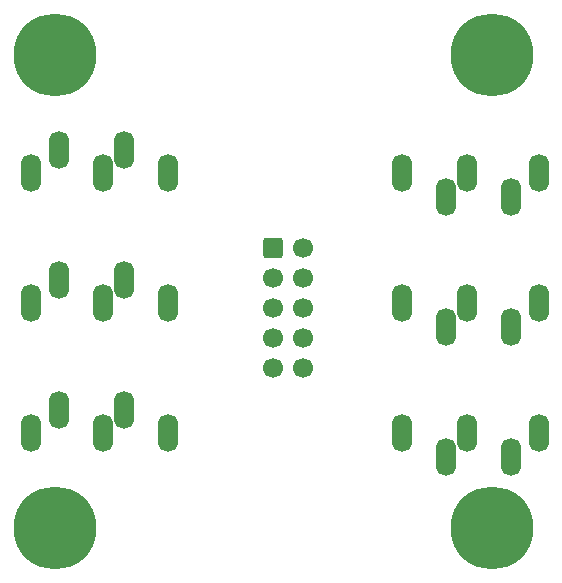
<source format=gts>
G04 #@! TF.GenerationSoftware,KiCad,Pcbnew,7.0.7*
G04 #@! TF.CreationDate,2023-11-05T15:47:32+01:00*
G04 #@! TF.ProjectId,K_BF,4b5f4246-2e6b-4696-9361-645f70636258,rev?*
G04 #@! TF.SameCoordinates,Original*
G04 #@! TF.FileFunction,Soldermask,Top*
G04 #@! TF.FilePolarity,Negative*
%FSLAX46Y46*%
G04 Gerber Fmt 4.6, Leading zero omitted, Abs format (unit mm)*
G04 Created by KiCad (PCBNEW 7.0.7) date 2023-11-05 15:47:32*
%MOMM*%
%LPD*%
G01*
G04 APERTURE LIST*
G04 Aperture macros list*
%AMRoundRect*
0 Rectangle with rounded corners*
0 $1 Rounding radius*
0 $2 $3 $4 $5 $6 $7 $8 $9 X,Y pos of 4 corners*
0 Add a 4 corners polygon primitive as box body*
4,1,4,$2,$3,$4,$5,$6,$7,$8,$9,$2,$3,0*
0 Add four circle primitives for the rounded corners*
1,1,$1+$1,$2,$3*
1,1,$1+$1,$4,$5*
1,1,$1+$1,$6,$7*
1,1,$1+$1,$8,$9*
0 Add four rect primitives between the rounded corners*
20,1,$1+$1,$2,$3,$4,$5,0*
20,1,$1+$1,$4,$5,$6,$7,0*
20,1,$1+$1,$6,$7,$8,$9,0*
20,1,$1+$1,$8,$9,$2,$3,0*%
G04 Aperture macros list end*
%ADD10O,1.712000X3.220000*%
%ADD11C,0.800000*%
%ADD12C,7.000000*%
%ADD13RoundRect,0.250000X-0.600000X-0.600000X0.600000X-0.600000X0.600000X0.600000X-0.600000X0.600000X0*%
%ADD14C,1.700000*%
G04 APERTURE END LIST*
D10*
X128000000Y-78000000D03*
X130400000Y-76000000D03*
X135900000Y-76000000D03*
X139600000Y-78000000D03*
X134100000Y-78000000D03*
X171000000Y-56000000D03*
X168600000Y-58000000D03*
X163100000Y-58000000D03*
X159400000Y-56000000D03*
X164900000Y-56000000D03*
D11*
X127518845Y-86143845D03*
X128287690Y-84287690D03*
X128287690Y-88000000D03*
D12*
X130000000Y-86000000D03*
D11*
X130143845Y-83518845D03*
X130143845Y-88768845D03*
X132000000Y-84287690D03*
X132000000Y-88000000D03*
X132768845Y-86143845D03*
D10*
X171000000Y-67000000D03*
X168600000Y-69000000D03*
X163100000Y-69000000D03*
X159400000Y-67000000D03*
X164900000Y-67000000D03*
D11*
X164375000Y-86000000D03*
X165143845Y-84143845D03*
X165143845Y-87856155D03*
X167000000Y-83375000D03*
D12*
X167000000Y-86000000D03*
D11*
X167000000Y-88625000D03*
X168856155Y-84143845D03*
X168856155Y-87856155D03*
X169625000Y-86000000D03*
D10*
X171000000Y-78000000D03*
X168600000Y-80000000D03*
X163100000Y-80000000D03*
X159400000Y-78000000D03*
X164900000Y-78000000D03*
X128000000Y-67000000D03*
X130400000Y-65000000D03*
X135900000Y-65000000D03*
X139600000Y-67000000D03*
X134100000Y-67000000D03*
D11*
X164375000Y-46000000D03*
X165143845Y-44143845D03*
X165143845Y-47856155D03*
X167000000Y-43375000D03*
D12*
X167000000Y-46000000D03*
D11*
X167000000Y-48625000D03*
X168856155Y-44143845D03*
X168856155Y-47856155D03*
X169625000Y-46000000D03*
D13*
X148460000Y-62340000D03*
D14*
X151000000Y-62340000D03*
X148460000Y-64880000D03*
X151000000Y-64880000D03*
X148460000Y-67420000D03*
X151000000Y-67420000D03*
X148460000Y-69960000D03*
X151000000Y-69960000D03*
X148460000Y-72500000D03*
X151000000Y-72500000D03*
D10*
X128000000Y-56000000D03*
X130400000Y-54000000D03*
X135900000Y-54000000D03*
X139600000Y-56000000D03*
X134100000Y-56000000D03*
D11*
X127375000Y-46000000D03*
X128143845Y-44143845D03*
X128143845Y-47856155D03*
X130000000Y-43375000D03*
D12*
X130000000Y-46000000D03*
D11*
X130000000Y-48625000D03*
X131856155Y-44143845D03*
X131856155Y-47856155D03*
X132625000Y-46000000D03*
M02*

</source>
